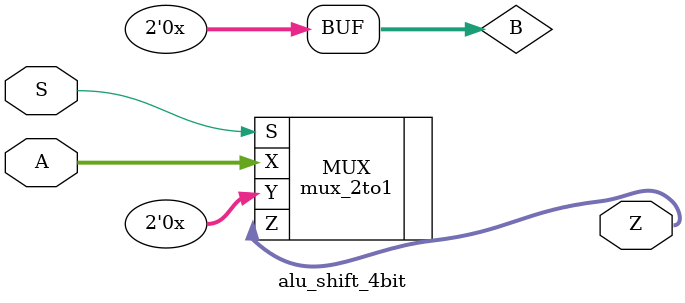
<source format=v>
`timescale 1ns / 1ps
`default_nettype none
module alu_shift_4bit(A, S, Z);

    parameter N = 2;

	//port definitions

	input wire [(N-1):0] A;
	input wire S;
    output wire [(N-1):0] Z;
    wire [(N-1):0] B;

    assign B[N-5:0] = A[N-1:4];
    assign B[N-1:N-4] = 4'b0;
    
	mux_2to1 #(.N(N)) MUX (.X(A), .Y(B), .S(S), .Z(Z));
endmodule
`default_nettype wire

</source>
